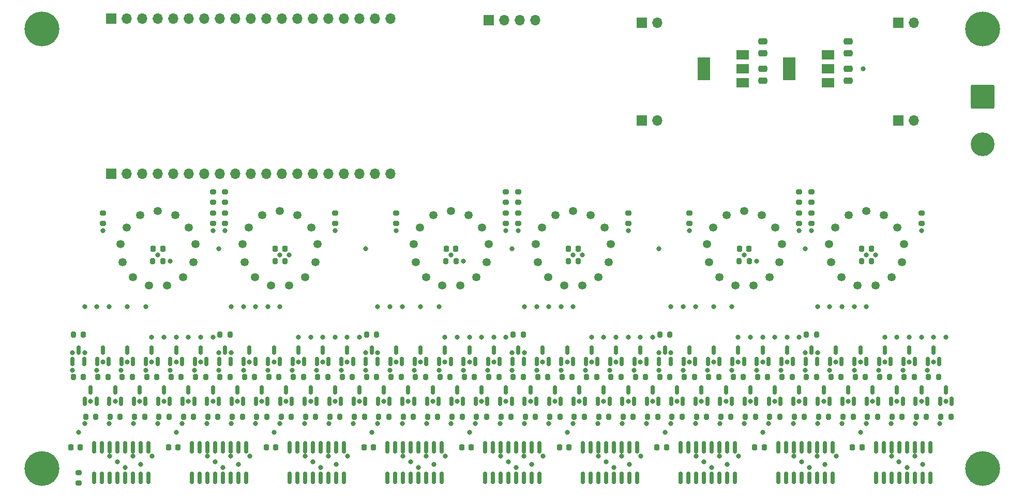
<source format=gbr>
%TF.GenerationSoftware,KiCad,Pcbnew,(6.0.6)*%
%TF.CreationDate,2022-10-28T22:11:27+02:00*%
%TF.ProjectId,nixieboi,6e697869-6562-46f6-992e-6b696361645f,rev?*%
%TF.SameCoordinates,Original*%
%TF.FileFunction,Soldermask,Top*%
%TF.FilePolarity,Negative*%
%FSLAX46Y46*%
G04 Gerber Fmt 4.6, Leading zero omitted, Abs format (unit mm)*
G04 Created by KiCad (PCBNEW (6.0.6)) date 2022-10-28 22:11:27*
%MOMM*%
%LPD*%
G01*
G04 APERTURE LIST*
G04 Aperture macros list*
%AMRoundRect*
0 Rectangle with rounded corners*
0 $1 Rounding radius*
0 $2 $3 $4 $5 $6 $7 $8 $9 X,Y pos of 4 corners*
0 Add a 4 corners polygon primitive as box body*
4,1,4,$2,$3,$4,$5,$6,$7,$8,$9,$2,$3,0*
0 Add four circle primitives for the rounded corners*
1,1,$1+$1,$2,$3*
1,1,$1+$1,$4,$5*
1,1,$1+$1,$6,$7*
1,1,$1+$1,$8,$9*
0 Add four rect primitives between the rounded corners*
20,1,$1+$1,$2,$3,$4,$5,0*
20,1,$1+$1,$4,$5,$6,$7,0*
20,1,$1+$1,$6,$7,$8,$9,0*
20,1,$1+$1,$8,$9,$2,$3,0*%
G04 Aperture macros list end*
%ADD10RoundRect,0.200000X-0.200000X-0.275000X0.200000X-0.275000X0.200000X0.275000X-0.200000X0.275000X0*%
%ADD11RoundRect,0.200000X-0.275000X0.200000X-0.275000X-0.200000X0.275000X-0.200000X0.275000X0.200000X0*%
%ADD12RoundRect,0.150000X0.150000X-0.587500X0.150000X0.587500X-0.150000X0.587500X-0.150000X-0.587500X0*%
%ADD13C,1.346200*%
%ADD14RoundRect,0.150000X0.150000X-0.825000X0.150000X0.825000X-0.150000X0.825000X-0.150000X-0.825000X0*%
%ADD15RoundRect,0.250000X0.475000X-0.250000X0.475000X0.250000X-0.475000X0.250000X-0.475000X-0.250000X0*%
%ADD16RoundRect,0.250002X-1.699998X1.699998X-1.699998X-1.699998X1.699998X-1.699998X1.699998X1.699998X0*%
%ADD17C,3.900000*%
%ADD18RoundRect,0.200000X0.275000X-0.200000X0.275000X0.200000X-0.275000X0.200000X-0.275000X-0.200000X0*%
%ADD19C,5.700000*%
%ADD20R,2.000000X1.500000*%
%ADD21R,2.000000X3.800000*%
%ADD22RoundRect,0.218750X-0.218750X-0.256250X0.218750X-0.256250X0.218750X0.256250X-0.218750X0.256250X0*%
%ADD23RoundRect,0.250000X-0.475000X0.250000X-0.475000X-0.250000X0.475000X-0.250000X0.475000X0.250000X0*%
%ADD24RoundRect,0.225000X0.225000X0.250000X-0.225000X0.250000X-0.225000X-0.250000X0.225000X-0.250000X0*%
%ADD25R,1.700000X1.700000*%
%ADD26O,1.700000X1.700000*%
%ADD27C,0.800000*%
G04 APERTURE END LIST*
D10*
%TO.C,R63*%
X129175000Y-57000000D03*
X130825000Y-57000000D03*
%TD*%
D11*
%TO.C,R96*%
X144000000Y-30175000D03*
X144000000Y-31825000D03*
%TD*%
D12*
%TO.C,Q9*%
X21050000Y-54437500D03*
X22950000Y-54437500D03*
X22000000Y-52562500D03*
%TD*%
D10*
%TO.C,R62*%
X127175000Y-63500000D03*
X128825000Y-63500000D03*
%TD*%
%TO.C,R37*%
X77175000Y-57000000D03*
X78825000Y-57000000D03*
%TD*%
D13*
%TO.C,N6*%
X129907300Y-32484640D03*
X140092700Y-32484640D03*
X141144260Y-35255780D03*
X140786120Y-38194560D03*
X139104640Y-40632960D03*
X136480820Y-42009640D03*
X133519180Y-42009640D03*
X130895360Y-40632960D03*
X129213880Y-38194560D03*
X128855740Y-35255780D03*
X135000000Y-29812560D03*
X132124720Y-30521220D03*
X137875280Y-30521220D03*
%TD*%
D12*
%TO.C,Q10*%
X23050000Y-60937500D03*
X24950000Y-60937500D03*
X24000000Y-59062500D03*
%TD*%
D10*
%TO.C,R24*%
X51175000Y-63500000D03*
X52825000Y-63500000D03*
%TD*%
D12*
%TO.C,Q24*%
X51050000Y-60937500D03*
X52950000Y-60937500D03*
X52000000Y-59062500D03*
%TD*%
%TO.C,Q38*%
X79050000Y-60937500D03*
X80950000Y-60937500D03*
X80000000Y-59062500D03*
%TD*%
D14*
%TO.C,U9*%
X136555000Y-73475000D03*
X137825000Y-73475000D03*
X139095000Y-73475000D03*
X140365000Y-73475000D03*
X141635000Y-73475000D03*
X142905000Y-73475000D03*
X144175000Y-73475000D03*
X145445000Y-73475000D03*
X145445000Y-68525000D03*
X144175000Y-68525000D03*
X142905000Y-68525000D03*
X141635000Y-68525000D03*
X140365000Y-68525000D03*
X139095000Y-68525000D03*
X137825000Y-68525000D03*
X136555000Y-68525000D03*
%TD*%
D12*
%TO.C,Q44*%
X91050000Y-60937500D03*
X92950000Y-60937500D03*
X92000000Y-59062500D03*
%TD*%
%TO.C,Q50*%
X103050000Y-60937500D03*
X104950000Y-60937500D03*
X104000000Y-59062500D03*
%TD*%
D10*
%TO.C,R26*%
X55175000Y-63500000D03*
X56825000Y-63500000D03*
%TD*%
%TO.C,R75*%
X53175000Y-50000000D03*
X54825000Y-50000000D03*
%TD*%
%TO.C,R68*%
X139175000Y-63500000D03*
X140825000Y-63500000D03*
%TD*%
%TO.C,R47*%
X97175000Y-57000000D03*
X98825000Y-57000000D03*
%TD*%
D15*
%TO.C,C10*%
X132050000Y-3950000D03*
X132050000Y-2050000D03*
%TD*%
D14*
%TO.C,U3*%
X40555000Y-73475000D03*
X41825000Y-73475000D03*
X43095000Y-73475000D03*
X44365000Y-73475000D03*
X45635000Y-73475000D03*
X46905000Y-73475000D03*
X48175000Y-73475000D03*
X49445000Y-73475000D03*
X49445000Y-68525000D03*
X48175000Y-68525000D03*
X46905000Y-68525000D03*
X45635000Y-68525000D03*
X44365000Y-68525000D03*
X43095000Y-68525000D03*
X41825000Y-68525000D03*
X40555000Y-68525000D03*
%TD*%
D12*
%TO.C,Q1*%
X5050000Y-54437500D03*
X6950000Y-54437500D03*
X6000000Y-52562500D03*
%TD*%
%TO.C,Q27*%
X57050000Y-54437500D03*
X58950000Y-54437500D03*
X58000000Y-52562500D03*
%TD*%
%TO.C,Q37*%
X77050000Y-54437500D03*
X78950000Y-54437500D03*
X78000000Y-52562500D03*
%TD*%
%TO.C,Q56*%
X115050000Y-60937500D03*
X116950000Y-60937500D03*
X116000000Y-59062500D03*
%TD*%
D10*
%TO.C,R5*%
X13175000Y-57000000D03*
X14825000Y-57000000D03*
%TD*%
%TO.C,R45*%
X93175000Y-57000000D03*
X94825000Y-57000000D03*
%TD*%
D12*
%TO.C,Q65*%
X133050000Y-54437500D03*
X134950000Y-54437500D03*
X134000000Y-52562500D03*
%TD*%
D16*
%TO.C,J1*%
X154000000Y-11100000D03*
D17*
X154000000Y-18900000D03*
%TD*%
D18*
%TO.C,R80*%
X28000000Y-28325000D03*
X28000000Y-26675000D03*
%TD*%
D15*
%TO.C,C12*%
X118050000Y-3950000D03*
X118050000Y-2050000D03*
%TD*%
D12*
%TO.C,Q42*%
X87050000Y-60937500D03*
X88950000Y-60937500D03*
X88000000Y-59062500D03*
%TD*%
D19*
%TO.C,REF\u002A\u002A*%
X0Y0D03*
%TD*%
D20*
%TO.C,U10*%
X128700000Y-8800000D03*
D21*
X122400000Y-6500000D03*
D20*
X128700000Y-6500000D03*
X128700000Y-4200000D03*
%TD*%
D12*
%TO.C,Q32*%
X67050000Y-60937500D03*
X68950000Y-60937500D03*
X68000000Y-59062500D03*
%TD*%
%TO.C,Q48*%
X99050000Y-60937500D03*
X100950000Y-60937500D03*
X100000000Y-59062500D03*
%TD*%
%TO.C,Q22*%
X47050000Y-60937500D03*
X48950000Y-60937500D03*
X48000000Y-59062500D03*
%TD*%
D20*
%TO.C,U11*%
X114700000Y-8800000D03*
D21*
X108400000Y-6500000D03*
D20*
X114700000Y-6500000D03*
X114700000Y-4200000D03*
%TD*%
D12*
%TO.C,Q23*%
X49050000Y-54437500D03*
X50950000Y-54437500D03*
X50000000Y-52562500D03*
%TD*%
D22*
%TO.C,D4*%
X86212500Y-36000000D03*
X87787500Y-36000000D03*
%TD*%
D10*
%TO.C,R22*%
X47175000Y-63500000D03*
X48825000Y-63500000D03*
%TD*%
D18*
%TO.C,R103*%
X6000000Y-74325000D03*
X6000000Y-72675000D03*
%TD*%
D10*
%TO.C,R1*%
X5175000Y-57000000D03*
X6825000Y-57000000D03*
%TD*%
%TO.C,R53*%
X109175000Y-57000000D03*
X110825000Y-57000000D03*
%TD*%
D22*
%TO.C,D6*%
X134212500Y-36000000D03*
X135787500Y-36000000D03*
%TD*%
D11*
%TO.C,R94*%
X126000000Y-30175000D03*
X126000000Y-31825000D03*
%TD*%
D13*
%TO.C,N3*%
X61907300Y-32484640D03*
X72092700Y-32484640D03*
X73144260Y-35255780D03*
X72786120Y-38194560D03*
X71104640Y-40632960D03*
X68480820Y-42009640D03*
X65519180Y-42009640D03*
X62895360Y-40632960D03*
X61213880Y-38194560D03*
X60855740Y-35255780D03*
X67000000Y-29812560D03*
X64124720Y-30521220D03*
X69875280Y-30521220D03*
%TD*%
D10*
%TO.C,R36*%
X75175000Y-63500000D03*
X76825000Y-63500000D03*
%TD*%
D14*
%TO.C,U6*%
X88555000Y-73475000D03*
X89825000Y-73475000D03*
X91095000Y-73475000D03*
X92365000Y-73475000D03*
X93635000Y-73475000D03*
X94905000Y-73475000D03*
X96175000Y-73475000D03*
X97445000Y-73475000D03*
X97445000Y-68525000D03*
X96175000Y-68525000D03*
X94905000Y-68525000D03*
X93635000Y-68525000D03*
X92365000Y-68525000D03*
X91095000Y-68525000D03*
X89825000Y-68525000D03*
X88555000Y-68525000D03*
%TD*%
D12*
%TO.C,Q70*%
X143050000Y-60937500D03*
X144950000Y-60937500D03*
X144000000Y-59062500D03*
%TD*%
D10*
%TO.C,R59*%
X121175000Y-57000000D03*
X122825000Y-57000000D03*
%TD*%
%TO.C,R10*%
X23175000Y-63500000D03*
X24825000Y-63500000D03*
%TD*%
%TO.C,R56*%
X115175000Y-63500000D03*
X116825000Y-63500000D03*
%TD*%
%TO.C,R31*%
X65175000Y-57000000D03*
X66825000Y-57000000D03*
%TD*%
D11*
%TO.C,R87*%
X76000000Y-30175000D03*
X76000000Y-31825000D03*
%TD*%
D22*
%TO.C,D2*%
X38212500Y-36000000D03*
X39787500Y-36000000D03*
%TD*%
D23*
%TO.C,C13*%
X118050000Y-6550000D03*
X118050000Y-8450000D03*
%TD*%
D13*
%TO.C,N1*%
X13907300Y-32484640D03*
X24092700Y-32484640D03*
X25144260Y-35255780D03*
X24786120Y-38194560D03*
X23104640Y-40632960D03*
X20480820Y-42009640D03*
X17519180Y-42009640D03*
X14895360Y-40632960D03*
X13213880Y-38194560D03*
X12855740Y-35255780D03*
X19000000Y-29812560D03*
X16124720Y-30521220D03*
X21875280Y-30521220D03*
%TD*%
D10*
%TO.C,R8*%
X19175000Y-63500000D03*
X20825000Y-63500000D03*
%TD*%
D12*
%TO.C,Q71*%
X145050000Y-54437500D03*
X146950000Y-54437500D03*
X146000000Y-52562500D03*
%TD*%
D14*
%TO.C,U5*%
X72555000Y-73475000D03*
X73825000Y-73475000D03*
X75095000Y-73475000D03*
X76365000Y-73475000D03*
X77635000Y-73475000D03*
X78905000Y-73475000D03*
X80175000Y-73475000D03*
X81445000Y-73475000D03*
X81445000Y-68525000D03*
X80175000Y-68525000D03*
X78905000Y-68525000D03*
X77635000Y-68525000D03*
X76365000Y-68525000D03*
X75095000Y-68525000D03*
X73825000Y-68525000D03*
X72555000Y-68525000D03*
%TD*%
D22*
%TO.C,D1*%
X18212500Y-36000000D03*
X19787500Y-36000000D03*
%TD*%
D10*
%TO.C,R55*%
X113175000Y-57000000D03*
X114825000Y-57000000D03*
%TD*%
D12*
%TO.C,Q51*%
X105050000Y-54437500D03*
X106950000Y-54437500D03*
X106000000Y-52562500D03*
%TD*%
D10*
%TO.C,R100*%
X86175000Y-38000000D03*
X87825000Y-38000000D03*
%TD*%
%TO.C,R9*%
X21175000Y-57000000D03*
X22825000Y-57000000D03*
%TD*%
D12*
%TO.C,Q35*%
X73050000Y-54437500D03*
X74950000Y-54437500D03*
X74000000Y-52562500D03*
%TD*%
D18*
%TO.C,R92*%
X124000000Y-28325000D03*
X124000000Y-26675000D03*
%TD*%
D10*
%TO.C,R32*%
X67175000Y-63500000D03*
X68825000Y-63500000D03*
%TD*%
D13*
%TO.C,N4*%
X81907300Y-32484640D03*
X92092700Y-32484640D03*
X93144260Y-35255780D03*
X92786120Y-38194560D03*
X91104640Y-40632960D03*
X88480820Y-42009640D03*
X85519180Y-42009640D03*
X82895360Y-40632960D03*
X81213880Y-38194560D03*
X80855740Y-35255780D03*
X87000000Y-29812560D03*
X84124720Y-30521220D03*
X89875280Y-30521220D03*
%TD*%
D10*
%TO.C,R98*%
X38175000Y-38000000D03*
X39825000Y-38000000D03*
%TD*%
D24*
%TO.C,C2*%
X22275000Y-68500000D03*
X20725000Y-68500000D03*
%TD*%
D12*
%TO.C,Q12*%
X27050000Y-60937500D03*
X28950000Y-60937500D03*
X28000000Y-59062500D03*
%TD*%
%TO.C,Q55*%
X113050000Y-54437500D03*
X114950000Y-54437500D03*
X114000000Y-52562500D03*
%TD*%
D10*
%TO.C,R33*%
X69175000Y-57000000D03*
X70825000Y-57000000D03*
%TD*%
D14*
%TO.C,U1*%
X8555000Y-73475000D03*
X9825000Y-73475000D03*
X11095000Y-73475000D03*
X12365000Y-73475000D03*
X13635000Y-73475000D03*
X14905000Y-73475000D03*
X16175000Y-73475000D03*
X17445000Y-73475000D03*
X17445000Y-68525000D03*
X16175000Y-68525000D03*
X14905000Y-68525000D03*
X13635000Y-68525000D03*
X12365000Y-68525000D03*
X11095000Y-68525000D03*
X9825000Y-68525000D03*
X8555000Y-68525000D03*
%TD*%
D10*
%TO.C,R73*%
X5175000Y-50000000D03*
X6825000Y-50000000D03*
%TD*%
%TO.C,R21*%
X45175000Y-57000000D03*
X46825000Y-57000000D03*
%TD*%
%TO.C,R2*%
X7175000Y-63500000D03*
X8825000Y-63500000D03*
%TD*%
D12*
%TO.C,Q67*%
X137050000Y-54437500D03*
X138950000Y-54437500D03*
X138000000Y-52562500D03*
%TD*%
D10*
%TO.C,R52*%
X107175000Y-63500000D03*
X108825000Y-63500000D03*
%TD*%
%TO.C,R58*%
X119175000Y-63500000D03*
X120825000Y-63500000D03*
%TD*%
D12*
%TO.C,Q69*%
X141050000Y-54437500D03*
X142950000Y-54437500D03*
X142000000Y-52562500D03*
%TD*%
D10*
%TO.C,R27*%
X57175000Y-57000000D03*
X58825000Y-57000000D03*
%TD*%
%TO.C,R34*%
X71175000Y-63500000D03*
X72825000Y-63500000D03*
%TD*%
%TO.C,R7*%
X17175000Y-57000000D03*
X18825000Y-57000000D03*
%TD*%
D12*
%TO.C,Q17*%
X37050000Y-54437500D03*
X38950000Y-54437500D03*
X38000000Y-52562500D03*
%TD*%
D24*
%TO.C,C9*%
X134275000Y-68500000D03*
X132725000Y-68500000D03*
%TD*%
D10*
%TO.C,R43*%
X89175000Y-57000000D03*
X90825000Y-57000000D03*
%TD*%
D12*
%TO.C,Q36*%
X75050000Y-60937500D03*
X76950000Y-60937500D03*
X76000000Y-59062500D03*
%TD*%
D13*
%TO.C,N2*%
X33907300Y-32484640D03*
X44092700Y-32484640D03*
X45144260Y-35255780D03*
X44786120Y-38194560D03*
X43104640Y-40632960D03*
X40480820Y-42009640D03*
X37519180Y-42009640D03*
X34895360Y-40632960D03*
X33213880Y-38194560D03*
X32855740Y-35255780D03*
X39000000Y-29812560D03*
X36124720Y-30521220D03*
X41875280Y-30521220D03*
%TD*%
D12*
%TO.C,Q66*%
X135050000Y-60937500D03*
X136950000Y-60937500D03*
X136000000Y-59062500D03*
%TD*%
%TO.C,Q40*%
X83050000Y-60937500D03*
X84950000Y-60937500D03*
X84000000Y-59062500D03*
%TD*%
%TO.C,Q31*%
X65050000Y-54437500D03*
X66950000Y-54437500D03*
X66000000Y-52562500D03*
%TD*%
D24*
%TO.C,C1*%
X6275000Y-68500000D03*
X4725000Y-68500000D03*
%TD*%
D11*
%TO.C,R84*%
X48000000Y-30175000D03*
X48000000Y-31825000D03*
%TD*%
D12*
%TO.C,Q29*%
X61050000Y-54437500D03*
X62950000Y-54437500D03*
X62000000Y-52562500D03*
%TD*%
D10*
%TO.C,R71*%
X145175000Y-57000000D03*
X146825000Y-57000000D03*
%TD*%
%TO.C,R72*%
X147175000Y-63500000D03*
X148825000Y-63500000D03*
%TD*%
%TO.C,R49*%
X101175000Y-57000000D03*
X102825000Y-57000000D03*
%TD*%
D12*
%TO.C,Q41*%
X85050000Y-54437500D03*
X86950000Y-54437500D03*
X86000000Y-52562500D03*
%TD*%
D24*
%TO.C,C6*%
X86275000Y-68500000D03*
X84725000Y-68500000D03*
%TD*%
D12*
%TO.C,Q33*%
X69050000Y-54437500D03*
X70950000Y-54437500D03*
X70000000Y-52562500D03*
%TD*%
D10*
%TO.C,R46*%
X95175000Y-63500000D03*
X96825000Y-63500000D03*
%TD*%
%TO.C,R40*%
X83175000Y-63500000D03*
X84825000Y-63500000D03*
%TD*%
%TO.C,R67*%
X137175000Y-57000000D03*
X138825000Y-57000000D03*
%TD*%
D24*
%TO.C,C3*%
X38275000Y-68500000D03*
X36725000Y-68500000D03*
%TD*%
D11*
%TO.C,R79*%
X10000000Y-30175000D03*
X10000000Y-31825000D03*
%TD*%
D10*
%TO.C,R12*%
X27175000Y-63500000D03*
X28825000Y-63500000D03*
%TD*%
D12*
%TO.C,Q68*%
X139050000Y-60937500D03*
X140950000Y-60937500D03*
X140000000Y-59062500D03*
%TD*%
D10*
%TO.C,R76*%
X77175000Y-50000000D03*
X78825000Y-50000000D03*
%TD*%
%TO.C,R70*%
X143175000Y-63500000D03*
X144825000Y-63500000D03*
%TD*%
D14*
%TO.C,U4*%
X56555000Y-73475000D03*
X57825000Y-73475000D03*
X59095000Y-73475000D03*
X60365000Y-73475000D03*
X61635000Y-73475000D03*
X62905000Y-73475000D03*
X64175000Y-73475000D03*
X65445000Y-73475000D03*
X65445000Y-68525000D03*
X64175000Y-68525000D03*
X62905000Y-68525000D03*
X61635000Y-68525000D03*
X60365000Y-68525000D03*
X59095000Y-68525000D03*
X57825000Y-68525000D03*
X56555000Y-68525000D03*
%TD*%
D10*
%TO.C,R28*%
X59175000Y-63500000D03*
X60825000Y-63500000D03*
%TD*%
D12*
%TO.C,Q25*%
X53050000Y-54437500D03*
X54950000Y-54437500D03*
X54000000Y-52562500D03*
%TD*%
D10*
%TO.C,R50*%
X103175000Y-63500000D03*
X104825000Y-63500000D03*
%TD*%
%TO.C,R19*%
X41175000Y-57000000D03*
X42825000Y-57000000D03*
%TD*%
D12*
%TO.C,Q18*%
X39050000Y-60937500D03*
X40950000Y-60937500D03*
X40000000Y-59062500D03*
%TD*%
%TO.C,Q2*%
X7050000Y-60937500D03*
X8950000Y-60937500D03*
X8000000Y-59062500D03*
%TD*%
%TO.C,Q26*%
X55050000Y-60937500D03*
X56950000Y-60937500D03*
X56000000Y-59062500D03*
%TD*%
D10*
%TO.C,R38*%
X79175000Y-63500000D03*
X80825000Y-63500000D03*
%TD*%
D12*
%TO.C,Q30*%
X63050000Y-60937500D03*
X64950000Y-60937500D03*
X64000000Y-59062500D03*
%TD*%
%TO.C,Q28*%
X59050000Y-60937500D03*
X60950000Y-60937500D03*
X60000000Y-59062500D03*
%TD*%
D10*
%TO.C,R6*%
X15175000Y-63500000D03*
X16825000Y-63500000D03*
%TD*%
D12*
%TO.C,Q46*%
X95050000Y-60937500D03*
X96950000Y-60937500D03*
X96000000Y-59062500D03*
%TD*%
%TO.C,Q4*%
X11050000Y-60937500D03*
X12950000Y-60937500D03*
X12000000Y-59062500D03*
%TD*%
D10*
%TO.C,R11*%
X25175000Y-57000000D03*
X26825000Y-57000000D03*
%TD*%
D12*
%TO.C,Q7*%
X17050000Y-54437500D03*
X18950000Y-54437500D03*
X18000000Y-52562500D03*
%TD*%
D10*
%TO.C,R74*%
X29175000Y-50000000D03*
X30825000Y-50000000D03*
%TD*%
%TO.C,R29*%
X61175000Y-57000000D03*
X62825000Y-57000000D03*
%TD*%
%TO.C,R54*%
X111175000Y-63500000D03*
X112825000Y-63500000D03*
%TD*%
D12*
%TO.C,Q15*%
X33050000Y-54437500D03*
X34950000Y-54437500D03*
X34000000Y-52562500D03*
%TD*%
%TO.C,Q59*%
X121050000Y-54437500D03*
X122950000Y-54437500D03*
X122000000Y-52562500D03*
%TD*%
%TO.C,Q49*%
X101050000Y-54437500D03*
X102950000Y-54437500D03*
X102000000Y-52562500D03*
%TD*%
%TO.C,Q16*%
X35050000Y-60937500D03*
X36950000Y-60937500D03*
X36000000Y-59062500D03*
%TD*%
D10*
%TO.C,R16*%
X35175000Y-63500000D03*
X36825000Y-63500000D03*
%TD*%
%TO.C,R4*%
X11175000Y-63500000D03*
X12825000Y-63500000D03*
%TD*%
%TO.C,R13*%
X29175000Y-57000000D03*
X30825000Y-57000000D03*
%TD*%
D12*
%TO.C,Q14*%
X31050000Y-60937500D03*
X32950000Y-60937500D03*
X32000000Y-59062500D03*
%TD*%
%TO.C,Q45*%
X93050000Y-54437500D03*
X94950000Y-54437500D03*
X94000000Y-52562500D03*
%TD*%
%TO.C,Q5*%
X13050000Y-54437500D03*
X14950000Y-54437500D03*
X14000000Y-52562500D03*
%TD*%
%TO.C,Q64*%
X131050000Y-60937500D03*
X132950000Y-60937500D03*
X132000000Y-59062500D03*
%TD*%
D10*
%TO.C,R66*%
X135175000Y-63500000D03*
X136825000Y-63500000D03*
%TD*%
D14*
%TO.C,U2*%
X24555000Y-73475000D03*
X25825000Y-73475000D03*
X27095000Y-73475000D03*
X28365000Y-73475000D03*
X29635000Y-73475000D03*
X30905000Y-73475000D03*
X32175000Y-73475000D03*
X33445000Y-73475000D03*
X33445000Y-68525000D03*
X32175000Y-68525000D03*
X30905000Y-68525000D03*
X29635000Y-68525000D03*
X28365000Y-68525000D03*
X27095000Y-68525000D03*
X25825000Y-68525000D03*
X24555000Y-68525000D03*
%TD*%
D18*
%TO.C,R95*%
X126000000Y-28325000D03*
X126000000Y-26675000D03*
%TD*%
D12*
%TO.C,Q43*%
X89050000Y-54437500D03*
X90950000Y-54437500D03*
X90000000Y-52562500D03*
%TD*%
D24*
%TO.C,C5*%
X70275000Y-68500000D03*
X68725000Y-68500000D03*
%TD*%
D10*
%TO.C,R23*%
X49175000Y-57000000D03*
X50825000Y-57000000D03*
%TD*%
D12*
%TO.C,Q3*%
X9050000Y-54437500D03*
X10950000Y-54437500D03*
X10000000Y-52562500D03*
%TD*%
%TO.C,Q53*%
X109050000Y-54437500D03*
X110950000Y-54437500D03*
X110000000Y-52562500D03*
%TD*%
D11*
%TO.C,R88*%
X78000000Y-30175000D03*
X78000000Y-31825000D03*
%TD*%
D12*
%TO.C,Q13*%
X29050000Y-54437500D03*
X30950000Y-54437500D03*
X30000000Y-52562500D03*
%TD*%
D11*
%TO.C,R93*%
X124000000Y-30175000D03*
X124000000Y-31825000D03*
%TD*%
D10*
%TO.C,R97*%
X18175000Y-38000000D03*
X19825000Y-38000000D03*
%TD*%
D12*
%TO.C,Q34*%
X71050000Y-60937500D03*
X72950000Y-60937500D03*
X72000000Y-59062500D03*
%TD*%
D11*
%TO.C,R91*%
X106000000Y-30175000D03*
X106000000Y-31825000D03*
%TD*%
D12*
%TO.C,Q8*%
X19050000Y-60937500D03*
X20950000Y-60937500D03*
X20000000Y-59062500D03*
%TD*%
D10*
%TO.C,R60*%
X123175000Y-63500000D03*
X124825000Y-63500000D03*
%TD*%
D19*
%TO.C,REF\u002A\u002A*%
X154000000Y0D03*
%TD*%
D11*
%TO.C,R85*%
X58000000Y-30175000D03*
X58000000Y-31825000D03*
%TD*%
D12*
%TO.C,Q72*%
X147050000Y-60937500D03*
X148950000Y-60937500D03*
X148000000Y-59062500D03*
%TD*%
D22*
%TO.C,D5*%
X114212500Y-36000000D03*
X115787500Y-36000000D03*
%TD*%
D12*
%TO.C,Q62*%
X127050000Y-60937500D03*
X128950000Y-60937500D03*
X128000000Y-59062500D03*
%TD*%
D11*
%TO.C,R90*%
X96000000Y-30175000D03*
X96000000Y-31825000D03*
%TD*%
D18*
%TO.C,R83*%
X30000000Y-28325000D03*
X30000000Y-26675000D03*
%TD*%
D12*
%TO.C,Q20*%
X43050000Y-60937500D03*
X44950000Y-60937500D03*
X44000000Y-59062500D03*
%TD*%
%TO.C,Q47*%
X97050000Y-54437500D03*
X98950000Y-54437500D03*
X98000000Y-52562500D03*
%TD*%
%TO.C,Q58*%
X119050000Y-60937500D03*
X120950000Y-60937500D03*
X120000000Y-59062500D03*
%TD*%
D10*
%TO.C,R14*%
X31175000Y-63500000D03*
X32825000Y-63500000D03*
%TD*%
%TO.C,R61*%
X125175000Y-57000000D03*
X126825000Y-57000000D03*
%TD*%
%TO.C,R102*%
X134175000Y-38000000D03*
X135825000Y-38000000D03*
%TD*%
%TO.C,R18*%
X39175000Y-63500000D03*
X40825000Y-63500000D03*
%TD*%
D18*
%TO.C,R86*%
X76000000Y-28325000D03*
X76000000Y-26675000D03*
%TD*%
D24*
%TO.C,C7*%
X102275000Y-68500000D03*
X100725000Y-68500000D03*
%TD*%
D10*
%TO.C,R65*%
X133175000Y-57000000D03*
X134825000Y-57000000D03*
%TD*%
%TO.C,R99*%
X66175000Y-38000000D03*
X67825000Y-38000000D03*
%TD*%
D11*
%TO.C,R82*%
X30000000Y-30175000D03*
X30000000Y-31825000D03*
%TD*%
D10*
%TO.C,R3*%
X9175000Y-57000000D03*
X10825000Y-57000000D03*
%TD*%
%TO.C,R48*%
X99175000Y-63500000D03*
X100825000Y-63500000D03*
%TD*%
%TO.C,R35*%
X73175000Y-57000000D03*
X74825000Y-57000000D03*
%TD*%
D12*
%TO.C,Q57*%
X117050000Y-54437500D03*
X118950000Y-54437500D03*
X118000000Y-52562500D03*
%TD*%
D10*
%TO.C,R42*%
X87175000Y-63500000D03*
X88825000Y-63500000D03*
%TD*%
%TO.C,R30*%
X63175000Y-63500000D03*
X64825000Y-63500000D03*
%TD*%
%TO.C,R78*%
X125175000Y-50000000D03*
X126825000Y-50000000D03*
%TD*%
%TO.C,R25*%
X53175000Y-57000000D03*
X54825000Y-57000000D03*
%TD*%
D22*
%TO.C,D3*%
X66212500Y-36000000D03*
X67787500Y-36000000D03*
%TD*%
D12*
%TO.C,Q63*%
X129050000Y-54437500D03*
X130950000Y-54437500D03*
X130000000Y-52562500D03*
%TD*%
%TO.C,Q19*%
X41050000Y-54437500D03*
X42950000Y-54437500D03*
X42000000Y-52562500D03*
%TD*%
D10*
%TO.C,R20*%
X43175000Y-63500000D03*
X44825000Y-63500000D03*
%TD*%
D12*
%TO.C,Q52*%
X107050000Y-60937500D03*
X108950000Y-60937500D03*
X108000000Y-59062500D03*
%TD*%
D14*
%TO.C,U8*%
X120555000Y-73475000D03*
X121825000Y-73475000D03*
X123095000Y-73475000D03*
X124365000Y-73475000D03*
X125635000Y-73475000D03*
X126905000Y-73475000D03*
X128175000Y-73475000D03*
X129445000Y-73475000D03*
X129445000Y-68525000D03*
X128175000Y-68525000D03*
X126905000Y-68525000D03*
X125635000Y-68525000D03*
X124365000Y-68525000D03*
X123095000Y-68525000D03*
X121825000Y-68525000D03*
X120555000Y-68525000D03*
%TD*%
D10*
%TO.C,R77*%
X101175000Y-50000000D03*
X102825000Y-50000000D03*
%TD*%
D23*
%TO.C,C11*%
X132050000Y-6550000D03*
X132050000Y-8450000D03*
%TD*%
D12*
%TO.C,Q60*%
X123050000Y-60937500D03*
X124950000Y-60937500D03*
X124000000Y-59062500D03*
%TD*%
%TO.C,Q54*%
X111050000Y-60937500D03*
X112950000Y-60937500D03*
X112000000Y-59062500D03*
%TD*%
D13*
%TO.C,N5*%
X109907300Y-32484640D03*
X120092700Y-32484640D03*
X121144260Y-35255780D03*
X120786120Y-38194560D03*
X119104640Y-40632960D03*
X116480820Y-42009640D03*
X113519180Y-42009640D03*
X110895360Y-40632960D03*
X109213880Y-38194560D03*
X108855740Y-35255780D03*
X115000000Y-29812560D03*
X112124720Y-30521220D03*
X117875280Y-30521220D03*
%TD*%
D11*
%TO.C,R81*%
X28000000Y-30175000D03*
X28000000Y-31825000D03*
%TD*%
D24*
%TO.C,C8*%
X118275000Y-68500000D03*
X116725000Y-68500000D03*
%TD*%
D10*
%TO.C,R41*%
X85175000Y-57000000D03*
X86825000Y-57000000D03*
%TD*%
D12*
%TO.C,Q61*%
X125050000Y-54437500D03*
X126950000Y-54437500D03*
X126000000Y-52562500D03*
%TD*%
%TO.C,Q39*%
X81050000Y-54437500D03*
X82950000Y-54437500D03*
X82000000Y-52562500D03*
%TD*%
D10*
%TO.C,R51*%
X105175000Y-57000000D03*
X106825000Y-57000000D03*
%TD*%
%TO.C,R57*%
X117175000Y-57000000D03*
X118825000Y-57000000D03*
%TD*%
D18*
%TO.C,R89*%
X78000000Y-28325000D03*
X78000000Y-26675000D03*
%TD*%
D12*
%TO.C,Q6*%
X15050000Y-60937500D03*
X16950000Y-60937500D03*
X16000000Y-59062500D03*
%TD*%
%TO.C,Q21*%
X45050000Y-54437500D03*
X46950000Y-54437500D03*
X46000000Y-52562500D03*
%TD*%
D24*
%TO.C,C4*%
X54275000Y-68500000D03*
X52725000Y-68500000D03*
%TD*%
D10*
%TO.C,R64*%
X131175000Y-63500000D03*
X132825000Y-63500000D03*
%TD*%
D12*
%TO.C,Q11*%
X25050000Y-54437500D03*
X26950000Y-54437500D03*
X26000000Y-52562500D03*
%TD*%
D10*
%TO.C,R101*%
X114175000Y-38000000D03*
X115825000Y-38000000D03*
%TD*%
%TO.C,R39*%
X81175000Y-57000000D03*
X82825000Y-57000000D03*
%TD*%
%TO.C,R44*%
X91175000Y-63500000D03*
X92825000Y-63500000D03*
%TD*%
%TO.C,R15*%
X33175000Y-57000000D03*
X34825000Y-57000000D03*
%TD*%
%TO.C,R69*%
X141175000Y-57000000D03*
X142825000Y-57000000D03*
%TD*%
D19*
%TO.C,REF\u002A\u002A*%
X0Y-72000000D03*
%TD*%
D10*
%TO.C,R17*%
X37175000Y-57000000D03*
X38825000Y-57000000D03*
%TD*%
D14*
%TO.C,U7*%
X104555000Y-73475000D03*
X105825000Y-73475000D03*
X107095000Y-73475000D03*
X108365000Y-73475000D03*
X109635000Y-73475000D03*
X110905000Y-73475000D03*
X112175000Y-73475000D03*
X113445000Y-73475000D03*
X113445000Y-68525000D03*
X112175000Y-68525000D03*
X110905000Y-68525000D03*
X109635000Y-68525000D03*
X108365000Y-68525000D03*
X107095000Y-68525000D03*
X105825000Y-68525000D03*
X104555000Y-68525000D03*
%TD*%
D19*
%TO.C,REF\u002A\u002A*%
X154000000Y-72000000D03*
%TD*%
D25*
%TO.C,J7*%
X11340000Y-23730000D03*
D26*
X13880000Y-23730000D03*
X16420000Y-23730000D03*
X18960000Y-23730000D03*
X21500000Y-23730000D03*
X24040000Y-23730000D03*
X26580000Y-23730000D03*
X29120000Y-23730000D03*
X31660000Y-23730000D03*
X34200000Y-23730000D03*
X36740000Y-23730000D03*
X39280000Y-23730000D03*
X41820000Y-23730000D03*
X44360000Y-23730000D03*
X46900000Y-23730000D03*
X49440000Y-23730000D03*
X51980000Y-23730000D03*
X54520000Y-23730000D03*
X57060000Y-23730000D03*
%TD*%
D25*
%TO.C,J5*%
X98250000Y-15000000D03*
D26*
X100790000Y-15000000D03*
%TD*%
D25*
%TO.C,J6*%
X11340000Y1670000D03*
D26*
X13880000Y1670000D03*
X16420000Y1670000D03*
X18960000Y1670000D03*
X21500000Y1670000D03*
X24040000Y1670000D03*
X26580000Y1670000D03*
X29120000Y1670000D03*
X31660000Y1670000D03*
X34200000Y1670000D03*
X36740000Y1670000D03*
X39280000Y1670000D03*
X41820000Y1670000D03*
X44360000Y1670000D03*
X46900000Y1670000D03*
X49440000Y1670000D03*
X51980000Y1670000D03*
X54520000Y1670000D03*
X57060000Y1670000D03*
%TD*%
D25*
%TO.C,J2*%
X140250000Y1000000D03*
D26*
X142790000Y1000000D03*
%TD*%
D25*
%TO.C,J4*%
X98250000Y1000000D03*
D26*
X100790000Y1000000D03*
%TD*%
D25*
%TO.C,J8*%
X73200000Y1475000D03*
D26*
X75740000Y1475000D03*
X78280000Y1475000D03*
X80820000Y1475000D03*
%TD*%
D25*
%TO.C,J3*%
X140250000Y-15000000D03*
D26*
X142790000Y-15000000D03*
%TD*%
D27*
X28000000Y-33000000D03*
X28000000Y-50500000D03*
X26000000Y-50500000D03*
X10000000Y-33000000D03*
X24000000Y-50500000D03*
X22000000Y-50500000D03*
X20000000Y-50500000D03*
X18000000Y-50500000D03*
X147000000Y-64600000D03*
X102000000Y-66000000D03*
X135000000Y-64600000D03*
X69000000Y-55900000D03*
X7000000Y-64600000D03*
X7000000Y-53000000D03*
X119000000Y-64600000D03*
X47000000Y-64600000D03*
X105000000Y-55900000D03*
X118000000Y-66000000D03*
X117000000Y-55900000D03*
X141000000Y-55900000D03*
X79000000Y-53000000D03*
X143000000Y-64600000D03*
X115000000Y-64600000D03*
X21000000Y-55900000D03*
X111000000Y-64600000D03*
X93000000Y-55900000D03*
X139000000Y-64600000D03*
X63000000Y-64600000D03*
X67000000Y-64600000D03*
X109000000Y-55900000D03*
X127000000Y-64600000D03*
X81000000Y-55900000D03*
X134000000Y-66000000D03*
X121000000Y-55900000D03*
X103000000Y-53000000D03*
X49000000Y-55900000D03*
X19000000Y-64600000D03*
X86000000Y-66000000D03*
X6000000Y-66000000D03*
X13000000Y-55900000D03*
X11000000Y-64600000D03*
X87000000Y-64600000D03*
X38000000Y-66000000D03*
X43000000Y-64600000D03*
X91000000Y-64600000D03*
X89000000Y-55900000D03*
X134500000Y-6500000D03*
X133000000Y-55900000D03*
X53000000Y-55900000D03*
X107000000Y-64600000D03*
X41000000Y-55900000D03*
X71000000Y-64600000D03*
X39000000Y-64600000D03*
X22000000Y-66000000D03*
X103000000Y-64600000D03*
X97000000Y-55900000D03*
X95000000Y-64600000D03*
X9000000Y-55900000D03*
X145000000Y-55900000D03*
X25000000Y-55900000D03*
X5000000Y-55900000D03*
X51000000Y-64600000D03*
X129000000Y-55900000D03*
X99000000Y-64600000D03*
X101000000Y-55900000D03*
X55000000Y-53000000D03*
X131000000Y-64600000D03*
X127000000Y-53000000D03*
X31000000Y-64600000D03*
X75000000Y-64600000D03*
X73000000Y-55900000D03*
X70000000Y-66000000D03*
X45000000Y-55900000D03*
X54000000Y-66000000D03*
X125000000Y-55900000D03*
X65000000Y-55900000D03*
X37000000Y-55900000D03*
X31000000Y-53000000D03*
X77000000Y-55900000D03*
X27000000Y-64600000D03*
X15000000Y-64600000D03*
X137000000Y-55900000D03*
X85000000Y-55900000D03*
X29000000Y-55900000D03*
X123000000Y-64600000D03*
X83000000Y-64600000D03*
X17000000Y-55900000D03*
X23000000Y-64600000D03*
X79000000Y-64600000D03*
X57000000Y-55900000D03*
X33000000Y-55900000D03*
X113000000Y-55900000D03*
X59000000Y-64600000D03*
X35000000Y-64600000D03*
X55000000Y-64600000D03*
X61000000Y-55900000D03*
X37000000Y-45500000D03*
X7000000Y-45500000D03*
X53000000Y-36000000D03*
X101000000Y-36000000D03*
X69000000Y-38000000D03*
X9000000Y-45500000D03*
X11000000Y-45500000D03*
X31000000Y-45500000D03*
X107000000Y-45500000D03*
X87000000Y-45500000D03*
X113000000Y-45500000D03*
X77000000Y-36000000D03*
X135000000Y-45500000D03*
X81000000Y-45500000D03*
X103000000Y-45500000D03*
X17000000Y-45500000D03*
X85000000Y-45500000D03*
X88500000Y-37000000D03*
X125000000Y-36000000D03*
X133000000Y-45500000D03*
X105000000Y-45500000D03*
X59000000Y-45500000D03*
X29000000Y-36000000D03*
X62000000Y-45500000D03*
X110000000Y-45500000D03*
X83000000Y-45500000D03*
X14000000Y-45500000D03*
X35000000Y-45500000D03*
X39000000Y-45500000D03*
X65000000Y-45500000D03*
X136500000Y-37000000D03*
X127000000Y-45500000D03*
X21000000Y-38000000D03*
X57000000Y-45500000D03*
X131000000Y-45500000D03*
X79000000Y-45500000D03*
X33000000Y-45500000D03*
X129000000Y-45500000D03*
X117000000Y-38000000D03*
X40500000Y-37000000D03*
X55000000Y-45500000D03*
X48000000Y-50500000D03*
X46000000Y-50500000D03*
X44000000Y-50500000D03*
X42000000Y-50500000D03*
X72000000Y-50500000D03*
X70000000Y-50500000D03*
X68000000Y-50500000D03*
X66000000Y-50500000D03*
X96000000Y-50500000D03*
X94000000Y-50500000D03*
X92000000Y-50500000D03*
X90000000Y-50500000D03*
X120000000Y-50500000D03*
X118000000Y-50500000D03*
X116000000Y-50500000D03*
X114000000Y-50500000D03*
X144000000Y-50500000D03*
X142000000Y-50500000D03*
X140000000Y-50500000D03*
X138000000Y-50500000D03*
X22000000Y-54500000D03*
X5000000Y-53000000D03*
X16000000Y-61000000D03*
X12000000Y-61000000D03*
X20000000Y-61000000D03*
X18000000Y-54500000D03*
X14000000Y-54500000D03*
X26000000Y-54500000D03*
X8000000Y-61000000D03*
X24000000Y-61000000D03*
X10000000Y-54500000D03*
X28000000Y-61000000D03*
X40000000Y-61000000D03*
X44000000Y-61000000D03*
X48000000Y-61000000D03*
X32000000Y-61000000D03*
X36000000Y-61000000D03*
X52000000Y-61000000D03*
X34000000Y-54500000D03*
X38000000Y-54500000D03*
X46000000Y-54500000D03*
X29000000Y-53000000D03*
X42000000Y-54500000D03*
X50000000Y-54500000D03*
X74000000Y-54500000D03*
X60000000Y-61000000D03*
X66000000Y-54500000D03*
X62000000Y-54500000D03*
X53000000Y-53000000D03*
X72000000Y-61000000D03*
X70000000Y-54500000D03*
X58000000Y-54500000D03*
X64000000Y-61000000D03*
X76000000Y-61000000D03*
X56000000Y-61000000D03*
X68000000Y-61000000D03*
X80000000Y-61000000D03*
X92000000Y-61000000D03*
X94000000Y-54500000D03*
X90000000Y-54500000D03*
X100000000Y-61000000D03*
X84000000Y-61000000D03*
X86000000Y-54500000D03*
X96000000Y-61000000D03*
X82000000Y-54500000D03*
X88000000Y-61000000D03*
X98000000Y-54500000D03*
X77000000Y-53000000D03*
X124000000Y-61000000D03*
X106000000Y-54500000D03*
X120000000Y-61000000D03*
X114000000Y-54500000D03*
X110000000Y-54500000D03*
X116000000Y-61000000D03*
X118000000Y-54500000D03*
X112000000Y-61000000D03*
X104000000Y-61000000D03*
X108000000Y-61000000D03*
X101000000Y-53000000D03*
X122000000Y-54500000D03*
X130000000Y-54500000D03*
X136000000Y-61000000D03*
X128000000Y-61000000D03*
X132000000Y-61000000D03*
X142000000Y-54500000D03*
X140000000Y-61000000D03*
X138000000Y-54500000D03*
X134000000Y-54500000D03*
X144000000Y-61000000D03*
X125000000Y-53000000D03*
X146000000Y-54500000D03*
X148000000Y-61000000D03*
X50000000Y-50500000D03*
X30000000Y-33000000D03*
X48000000Y-33000000D03*
X52000000Y-50500000D03*
X74000000Y-50500000D03*
X58000000Y-33000000D03*
X76000000Y-50500000D03*
X76000000Y-33000000D03*
X78000000Y-33000000D03*
X98000000Y-50500000D03*
X96000000Y-33000000D03*
X100000000Y-50500000D03*
X106000000Y-33000000D03*
X122000000Y-50500000D03*
X124000000Y-50500000D03*
X124000000Y-33000000D03*
X126000000Y-33000000D03*
X146000000Y-50500000D03*
X148000000Y-50500000D03*
X144000000Y-33000000D03*
X27087000Y-69930000D03*
X18072000Y-69928050D03*
X32167000Y-71327000D03*
X64167000Y-71327000D03*
X96167000Y-71327000D03*
X80167000Y-71327000D03*
X16167000Y-71327000D03*
X144167000Y-71327000D03*
X112167000Y-71327000D03*
X48167000Y-71327000D03*
X128167000Y-71327000D03*
X126897000Y-69930000D03*
X78897000Y-69930000D03*
X142897000Y-69930000D03*
X110897000Y-69930000D03*
X62897000Y-69930000D03*
X46897000Y-69930000D03*
X14897000Y-69930000D03*
X30897000Y-69930000D03*
X94897000Y-69930000D03*
X11087000Y-69930000D03*
X34072000Y-69928050D03*
X43087000Y-69930000D03*
X50072000Y-69928050D03*
X59087000Y-69930000D03*
X75087000Y-69930000D03*
X66072000Y-69928050D03*
X82072000Y-69928050D03*
X91087000Y-69930000D03*
X107087000Y-69930000D03*
X98072000Y-69928050D03*
X114072000Y-69928050D03*
X123087000Y-69930000D03*
X130072000Y-69928050D03*
X139087000Y-69930000D03*
X39000000Y-37000000D03*
X67000000Y-37000000D03*
X87000000Y-37000000D03*
X115000000Y-37000000D03*
X135000000Y-37000000D03*
X19000000Y-37000000D03*
X13627000Y-71835000D03*
X109627000Y-71835000D03*
X93627000Y-71835000D03*
X45627000Y-71835000D03*
X29627000Y-71835000D03*
X77627000Y-71835000D03*
X61627000Y-71835000D03*
X125627000Y-71835000D03*
X141627000Y-71835000D03*
X92349000Y-70890500D03*
X124349000Y-70890500D03*
X12349000Y-70890500D03*
X44349000Y-70890500D03*
X76349000Y-70890500D03*
X108349000Y-70890500D03*
X28349000Y-70890500D03*
X60349000Y-70890500D03*
X140349000Y-70890500D03*
M02*

</source>
